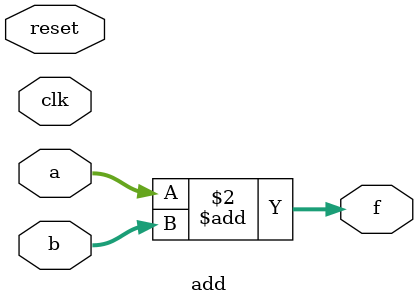
<source format=sv>
module add
(
	clk,	//i
	reset,	//i
	a,	//i
	b,	//i
	f	//o
);

parameter WL = 20;
input clk, reset;
input signed [WL-1:0] a, b;
output logic signed [WL:0] f;

always_comb begin
	f = a + b;
end;

endmodule

</source>
